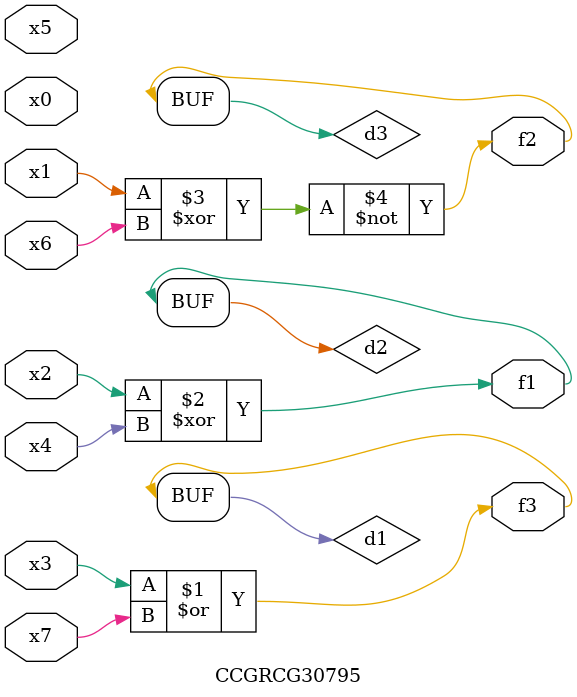
<source format=v>
module CCGRCG30795(
	input x0, x1, x2, x3, x4, x5, x6, x7,
	output f1, f2, f3
);

	wire d1, d2, d3;

	or (d1, x3, x7);
	xor (d2, x2, x4);
	xnor (d3, x1, x6);
	assign f1 = d2;
	assign f2 = d3;
	assign f3 = d1;
endmodule

</source>
